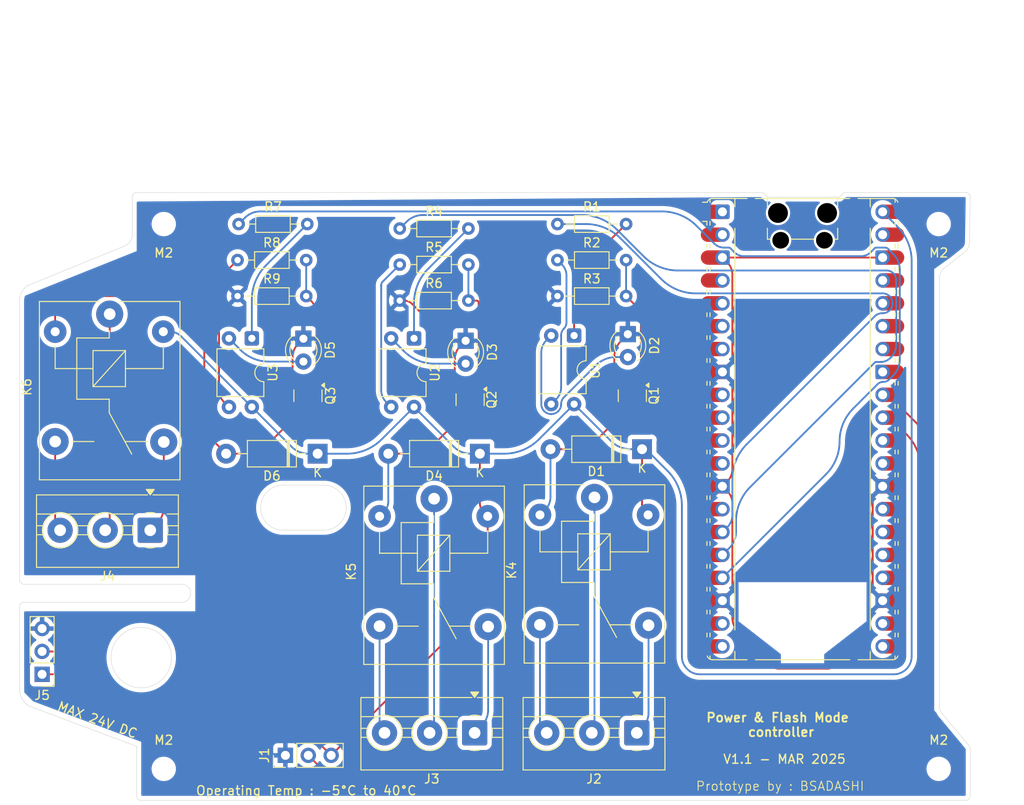
<source format=kicad_pcb>
(kicad_pcb (version 20241229) (generator "pcbnew") (generator_version "9.0")
  (title_block (title "Power and Flash Mode Controller") (date "2025-02-23") (comment 1 "Design phase : Prototype"))
  (layers (0 "F.Cu" signal) (2 "B.Cu" signal) (13 "F.Paste" user) (15 "B.Paste" user) (5 "F.SilkS" user "F.Silkscreen") (7 "B.SilkS" user "B.Silkscreen") (1 "F.Mask" user) (3 "B.Mask" user) (25 "Edge.Cuts" user))
  (net 0 "")
  (net 4 "/IN1")
  (net 13 "GND")
  (net 26 "/IN2")
  (net 27 "/IN3")
  (net 31 "/PPBus_5p0H")
  (net 33 "Net-(D1-A)")
  (net 34 "Net-(D2-A)")
  (net 35 "Net-(D3-A)")
  (net 36 "Net-(D4-A)")
  (net 37 "Net-(D5-A)")
  (net 38 "Net-(D6-A)")
  (net 39 "/R_NC1")
  (net 40 "/R_NO1")
  (net 41 "/R_COM1")
  (net 42 "/R_NO2")
  (net 43 "/R_COM2")
  (net 44 "/R_NC2")
  (net 45 "/R_NC3")
  (net 46 "/R_NO3")
  (net 47 "/R_COM3")
  (net 48 "Net-(Q1-B)")
  (net 49 "Net-(Q2-B)")
  (net 50 "Net-(Q3-B)")
  (net 51 "Net-(R1-Pad2)")
  (net 52 "Net-(R2-Pad1)")
  (net 53 "Net-(R4-Pad2)")
  (net 54 "Net-(R5-Pad1)")
  (net 55 "Net-(R7-Pad2)")
  (net 56 "Net-(R8-Pad1)")
  (net 57 "/ADC2Vmtr")
  (net 58 "/ADC2Amtr")
  (footprint "MountingHole:MountingHole_2.2mm_M2" (layer "F.Cu") (at 101 72 180)
    (property "Reference" "M2")
    (property "Value" "MountingHole_2.2mm_M2")
  )
  (footprint "Resistor_THT:R_Axial_DIN0204_L3.6mm_D1.6mm_P7.62mm_Horizontal" (layer "F.Cu") (at 127.19 80.5)
    (property "Reference" "R6")
    (property "Value" "10K")
  )
  (footprint "Diode_THT:D_DO-41_SOD81_P10.16mm_Horizontal" (layer "F.Cu") (at 154.08 97 180)
    (property "Reference" "D1")
    (property "Value" "1N4007")
  )
  (footprint "MountingHole:MountingHole_2.2mm_M2" (layer "F.Cu") (at 101 132.5)
    (property "Reference" "M2")
    (property "Value" "MountingHole_2.2mm_M2")
  )
  (footprint "Package_DIP:DIP-4_W7.62mm" (layer "F.Cu") (at 110.775 84.695 -90)
    (property "Reference" "U3")
    (property "Value" "PC817")
  )
  (footprint "Package_DIP:DIP-4_W7.62mm" (layer "F.Cu") (at 128.775 84.695 -90)
    (property "Reference" "U2")
    (property "Value" "PC817")
  )
  (footprint "Resistor_THT:R_Axial_DIN0204_L3.6mm_D1.6mm_P7.62mm_Horizontal" (layer "F.Cu") (at 144.69 76)
    (property "Reference" "R2")
    (property "Value" "1K")
  )
  (footprint "Resistor_THT:R_Axial_DIN0204_L3.6mm_D1.6mm_P7.62mm_Horizontal" (layer "F.Cu") (at 144.69 80)
    (property "Reference" "R3")
    (property "Value" "10K")
  )
  (footprint "Module:RaspberryPi_Pico_Common_Unspecified" (layer "F.Cu") (at 171.89 94.77)
    (property "Reference" "A1" (hide yes))
    (property "Value" "RaspberryPi_Pico")
  )
  (footprint "Resistor_THT:R_Axial_DIN0204_L3.6mm_D1.6mm_P7.62mm_Horizontal" (layer "F.Cu") (at 109.19 80)
    (property "Reference" "R9")
    (property "Value" "10K")
  )
  (footprint "Diode_THT:D_DO-41_SOD81_P10.16mm_Horizontal" (layer "F.Cu") (at 118.08 97.5 180)
    (property "Reference" "D6")
    (property "Value" "1N4007")
  )
  (footprint "TerminalBlock:TerminalBlock_MaiXu_MX126-5.0-03P_1x03_P5.00mm" (layer "F.Cu") (at 99.5 106 180)
    (property "Reference" "J4")
    (property "Value" "Screw_Terminal_01x03")
  )
  (footprint "LED_THT:LED_D3.0mm_IRBlack" (layer "F.Cu") (at 116.5 84.73 -90)
    (property "Reference" "D5")
    (property "Value" "LED")
  )
  (footprint "Resistor_THT:R_Axial_DIN0204_L3.6mm_D1.6mm_P7.62mm_Horizontal" (layer "F.Cu") (at 127.19 72.5)
    (property "Reference" "R4")
    (property "Value" "330R")
  )
  (footprint "LED_THT:LED_D3.0mm_IRBlack" (layer "F.Cu") (at 134.5 84.96 -90)
    (property "Reference" "D3")
    (property "Value" "LED")
  )
  (footprint "Package_DIP:DIP-4_W7.62mm" (layer "F.Cu") (at 146.54 84.38 -90)
    (property "Reference" "U1")
    (property "Value" "PC817")
  )
  (footprint "LED_THT:LED_D3.0mm_IRBlack" (layer "F.Cu") (at 152.5 84.23 -90)
    (property "Reference" "D2")
    (property "Value" "LED")
  )
  (footprint "Resistor_THT:R_Axial_DIN0204_L3.6mm_D1.6mm_P7.62mm_Horizontal" (layer "F.Cu") (at 127.19 76.5)
    (property "Reference" "R5")
    (property "Value" "1K")
  )
  (footprint "Resistor_THT:R_Axial_DIN0204_L3.6mm_D1.6mm_P7.62mm_Horizontal" (layer "F.Cu") (at 109.31 72)
    (property "Reference" "R7")
    (property "Value" "330R")
  )
  (footprint "Package_TO_SOT_SMD:SOT-23" (layer "F.Cu") (at 135 91.5 -90)
    (property "Reference" "Q2")
    (property "Value" "BC857")
  )
  (footprint "Connector_PinHeader_2.54mm:PinHeader_1x03_P2.54mm_Vertical" (layer "F.Cu") (at 87.5 122 180)
    (property "Reference" "J5")
    (property "Value" "Conn_01x03")
  )
  (footprint "Connector_PinHeader_2.54mm:PinHeader_1x03_P2.54mm_Vertical" (layer "F.Cu") (at 114.5 131 90)
    (property "Reference" "J1")
    (property "Value" "Conn_01x03")
  )
  (footprint "Package_TO_SOT_SMD:SOT-23" (layer "F.Cu") (at 153 91.0625 -90)
    (property "Reference" "Q1")
    (property "Value" "BC857")
  )
  (footprint "MountingHole:MountingHole_2.2mm_M2" (layer "F.Cu") (at 187 132.5)
    (property "Reference" "M2")
    (property "Value" "MountingHole_2.2mm_M2")
  )
  (footprint "TerminalBlock:TerminalBlock_MaiXu_MX126-5.0-03P_1x03_P5.00mm" (layer "F.Cu") (at 153.5 128.5 180)
    (property "Reference" "J2")
    (property "Value" "Screw_Terminal_01x03")
  )
  (footprint "Resistor_THT:R_Axial_DIN0204_L3.6mm_D1.6mm_P7.62mm_Horizontal" (layer "F.Cu") (at 144.69 72)
    (property "Reference" "R1")
    (property "Value" "330R")
  )
  (footprint "Diode_THT:D_DO-41_SOD81_P10.16mm_Horizontal" (layer "F.Cu") (at 136.08 97.5 180)
    (property "Reference" "D4")
    (property "Value" "1N4007")
  )
  (footprint "Package_TO_SOT_SMD:SOT-23" (layer "F.Cu") (at 117 91.0625 -90)
    (property "Reference" "Q3")
    (property "Value" "BC857")
  )
  (footprint "MountingHole:MountingHole_2.2mm_M2" (layer "F.Cu") (at 187 72 180)
    (property "Reference" "M2")
    (property "Value" "MountingHole_2.2mm_M2")
  )
  (footprint "Resistor_THT:R_Axial_DIN0204_L3.6mm_D1.6mm_P7.62mm_Horizontal" (layer "F.Cu") (at 109.19 76)
    (property "Reference" "R8")
    (property "Value" "1K")
  )
  (footprint "TerminalBlock:TerminalBlock_MaiXu_MX126-5.0-03P_1x03_P5.00mm" (layer "F.Cu") (at 135.5 128.5 180)
    (property "Reference" "J3")
    (property "Value" "Screw_Terminal_01x03")
  )
  (footprint "Relay_THT:Relay_SPDT_SANYOU_SRD_Series_Form_C" (layer "F.Cu") (at 95 82 -90)
    (property "Reference" "K6")
    (property "Value" "SANYOU_SRD_Form_C")
  )
  (footprint "Relay_THT:Relay_SPDT_SANYOU_SRD_Series_Form_C" (layer "F.Cu") (at 131 102.5 -90)
    (property "Reference" "K5")
    (property "Value" "SANYOU_SRD_Form_C")
  )
  (footprint "Relay_THT:Relay_SPDT_SANYOU_SRD_Series_Form_C" (layer "F.Cu") (at 148.8 102.35 -90)
    (property "Reference" "K4")
    (property "Value" "SANYOU_SRD_Form_C")
  )
  (gr_line (start 85 114.5) (end 85.014397 124) (stroke (width 0.05)) (layer "Edge.Cuts"))
  (gr_line (start 103 114) (end 85.5 114) (stroke (width 0.05)) (layer "Edge.Cuts"))
  (gr_line (start 114.25 101) (end 118.75 101) (stroke (width 0.05)) (layer "Edge.Cuts"))
  (gr_arc (start 190 68.5) (mid 190.353553 68.646447) (end 190.5 69) (stroke (width 0.05)) (layer "Edge.Cuts"))
  (gr_line (start 114.25 106) (end 118.75 106) (stroke (width 0.05)) (layer "Edge.Cuts"))
  (gr_line (start 187.085786 125.5) (end 187.085786 78) (stroke (width 0.05)) (layer "Edge.Cuts"))
  (gr_arc (start 187.085786 78) (mid 187.193437 77.458804) (end 187.5 77) (stroke (width 0.05)) (layer "Edge.Cuts"))
  (gr_line (start 98.5 136) (end 190 136) (stroke (width 0.05)) (layer "Edge.Cuts"))
  (gr_arc (start 187.5 126.5) (mid 187.193437 126.041196) (end 187.085786 125.5) (stroke (width 0.05)) (layer "Edge.Cuts"))
  (gr_arc (start 97.5 73.5) (mid 97.118034 74.118034) (end 96.5 74.5) (stroke (width 0.05)) (layer "Edge.Cuts"))
  (gr_line (start 98 135.5) (end 98 130) (stroke (width 0.05)) (layer "Edge.Cuts"))
  (gr_line (start 167.5 68.5) (end 98 68.5) (stroke (width 0.05)) (layer "Edge.Cuts"))
  (gr_line (start 190.207107 129.748528) (end 187.5 126.5) (stroke (width 0.05)) (layer "Edge.Cuts"))
  (gr_arc (start 190.5 135.5) (mid 190.353553 135.853553) (end 190 136) (stroke (width 0.05)) (layer "Edge.Cuts"))
  (gr_line (start 176 69) (end 168 69) (stroke (width 0.05)) (layer "Edge.Cuts"))
  (gr_line (start 168 69) (end 167.5 68.5) (stroke (width 0.05)) (layer "Edge.Cuts"))
  (gr_line (start 97.5 73.5) (end 97.5 69) (stroke (width 0.05)) (layer "Edge.Cuts"))
  (gr_arc (start 118.75 101) (mid 121.25 103.5) (end 118.75 106) (stroke (width 0.05)) (layer "Edge.Cuts"))
  (gr_line (start 98 130) (end 86 125.5) (stroke (width 0.05)) (layer "Edge.Cuts"))
  (gr_arc (start 103 112) (mid 104 113) (end 103 114) (stroke (width 0.05)) (layer "Edge.Cuts"))
  (gr_circle (center 98.5 120.145898) (end 100 123.145898) (stroke (width 0.05)) (fill no) (layer "Edge.Cuts"))
  (gr_line (start 187.5 77) (end 190 75) (stroke (width 0.05)) (layer "Edge.Cuts"))
  (gr_arc (start 97.5 69) (mid 97.646447 68.646447) (end 98 68.5) (stroke (width 0.05)) (layer "Edge.Cuts"))
  (gr_line (start 190 68.5) (end 176.5 68.5) (stroke (width 0.05)) (layer "Edge.Cuts"))
  (gr_line (start 190.414214 74) (end 190.5 69) (stroke (width 0.05)) (layer "Edge.Cuts"))
  (gr_arc (start 190.207107 129.748528) (mid 190.44719 130.090681) (end 190.531848 130.5) (stroke (width 0.05)) (layer "Edge.Cuts"))
  (gr_line (start 190.5 135.5) (end 190.531848 130.5) (stroke (width 0.05)) (layer "Edge.Cuts"))
  (gr_arc (start 85 80.5) (mid 85.236651 79.556284) (end 85.8906 78.835899) (stroke (width 0.05)) (layer "Edge.Cuts"))
  (gr_line (start 176.5 68.5) (end 176 69) (stroke (width 0.05)) (layer "Edge.Cuts"))
  (gr_line (start 85 111.5) (end 85 80.5) (stroke (width 0.05)) (layer "Edge.Cuts"))
  (gr_arc (start 98.5 136) (mid 98.146447 135.853553) (end 98 135.5) (stroke (width 0.05)) (layer "Edge.Cuts"))
  (gr_arc (start 86 125.5) (mid 85.354594 124.850272) (end 85.014396 124) (stroke (width 0.05)) (layer "Edge.Cuts"))
  (gr_line (start 85.8906 78.835899) (end 96.5 74.5) (stroke (width 0.05)) (layer "Edge.Cuts"))
  (gr_line (start 85.5 112) (end 103 112) (stroke (width 0.05)) (layer "Edge.Cuts"))
  (gr_arc (start 85 114.5) (mid 85.146447 114.146447) (end 85.5 114) (stroke (width 0.05)) (layer "Edge.Cuts"))
  (gr_arc (start 190.414214 74) (mid 190.306563 74.541196) (end 190 75) (stroke (width 0.05)) (layer "Edge.Cuts"))
  (gr_arc (start 114.25 106) (mid 111.75 103.5) (end 114.25 101) (stroke (width 0.05)) (layer "Edge.Cuts"))
  (gr_arc (start 85.5 112) (mid 85.146447 111.853553) (end 85 111.5) (stroke (width 0.05)) (layer "Edge.Cuts"))
  (gr_text "V1.1 - MAR 2025" (at 163 132 0) (layer "F.SilkS") (effects (font (size 1 1)) (justify left bottom)))
  (gr_text "Power & Flash Mode \ncontroller" (at 169.5 129 0) (layer "F.SilkS") (effects (font (size 1 1) (thickness 0.2) (bold yes)) (justify bottom)))
  (gr_text "MAX 24V DC\n" (at 89 126 340) (layer "F.SilkS") (effects (font (size 1 1)) (justify left bottom)))
  (gr_text "Operating Temp : -5°C to 40°C" (at 104.5 135.5 0) (layer "F.SilkS") (effects (font (size 1 1)) (justify left bottom)))
  (gr_text "Prototype by : BSADASHI" (at 160 135 0) (layer "F.SilkS") (effects (font (size 1 1) (thickness 0.1)) (justify left bottom)))
  (segment (start 180.780001 81.901) (end 180.741075 81.901) (width 0.2) (layer "B.Cu") (net 4))
  (segment (start 147.848986 72) (end 144.69 72) (width 0.2) (layer "B.Cu") (net 4))
  (segment (start 156.208157 78.105207) (end 151.696742 73.593792) (width 0.2) (layer "B.Cu") (net 4))
  (segment (start 160.055913 79.699) (end 180.780001 79.699) (width 0.2) (layer "B.Cu") (net 4))
  (segment (start 163.553 105.647) (end 163 106.2) (width 0.2) (layer "B.Cu") (net 4))
  (segment (start 164.106 104.311939) (end 164.106 100.295063) (width 0.2) (layer "B.Cu") (net 4))
  (segment (start 165.699792 96.447307) (end 179.896099 82.251) (width 0.2) (layer "B.Cu") (net 4))
  (arc (start 165.699792 96.447307) (mid 164.520213 98.212672) (end 164.106 100.295063) (width 0.2) (layer "B.Cu") (net 4))
  (arc (start 181.558525 80.021475) (mid 181.201335 79.782808) (end 180.780001 79.699) (width 0.2) (layer "B.Cu") (net 4))
  (arc (start 181.558525 81.578525) (mid 181.797191 81.221334) (end 181.881 80.799998) (width 0.2) (layer "B.Cu") (net 4))
  (arc (start 179.896099 82.251) (mid 180.283777 81.991962) (end 180.741075 81.901) (width 0.2) (layer "B.Cu") (net 4))
  (arc (start 160.055913 79.699) (mid 157.973522 79.284786) (end 156.208157 78.105207) (width 0.2) (layer "B.Cu") (net 4))
  (arc (start 181.558525 81.578525) (mid 181.201335 81.817191) (end 180.780001 81.901) (width 0.2) (layer "B.Cu") (net 4))
  (arc (start 147.848986 72) (mid 149.931376 72.414213) (end 151.696742 73.593792) (width 0.2) (layer "B.Cu") (net 4))
  (arc (start 181.881 80.799998) (mid 181.797191 80.378664) (end 181.558525 80.021475) (width 0.2) (layer "B.Cu") (net 4))
  (arc (start 164.106 104.311939) (mid 163.962279 105.034468) (end 163.553 105.647) (width 0.2) (layer "B.Cu") (net 4))
  (segment (start 133.650764 84.96) (end 133.575 84.96) (width 0.2) (layer "F.Cu") (net 13))
  (segment (start 180.229499 114.370499) (end 179.675753 114.924246) (width 0.2) (layer "F.Cu") (net 13))
  (segment (start 115.8995 85.3305) (end 116.1545 85.0755) (width 0.2) (layer "F.Cu") (net 13))
  (segment (start 164.101 111.940475) (end 164.101 102.999524) (width 0.2) (layer "F.Cu") (net 13))
  (segment (start 151 86.79066) (end 151 88.332537) (width 0.2) (layer "F.Cu") (net 13))
  (segment (start 133.6745 90.187) (end 134.05 90.5625) (width 0.2) (layer "F.Cu") (net 13))
  (segment (start 128.543553 80.853553) (end 131.995926 84.305926) (width 0.2) (layer "F.Cu") (net 13))
  (segment (start 133.299 89.280462) (end 133.299 87.010235) (width 0.2) (layer "F.Cu") (net 13))
  (segment (start 179.679 111.940475) (end 179.679 102.999524) (width 0.2) (layer "F.Cu") (net 13))
  (segment (start 115.6745 89.7495) (end 116.05 90.125) (width 0.2) (layer "F.Cu") (net 13))
  (segment (start 163 75.72) (end 180.78 75.72) (width 0.2) (layer "F.Cu") (net 13))
  (segment (start 163.5505 87.8695) (end 163 88.42) (width 0.2) (layer "F.Cu") (net 13))
  (segment (start 151.525 89.6) (end 152.05 90.125) (width 0.2) (layer "F.Cu") (net 13))
  (segment (start 127.69 80.5) (end 127.19 80.5) (width 0.2) (layer "F.Cu") (net 13))
  (segment (start 164.101 115.699524) (end 164.101 115.747934) (width 0.2) (layer "F.Cu") (net 13))
  (segment (start 164.101 77.599524) (end 164.101 86.540475) (width 0.2) (layer "F.Cu") (net 13))
  (segment (start 164.101 90.299524) (end 164.101 99.240475) (width 0.2) (layer "F.Cu") (net 13))
  (segment (start 174.990654 121.263277) (end 178.506246 117.747685) (width 0.2) (layer "F.Cu") (net 13))
  (segment (start 115.299 88.842962) (end 115.299 86.780235) (width 0.2) (layer "F.Cu") (net 13))
  (segment (start 152.125 84.605) (end 151.75 84.98) (width 0.2) (layer "F.Cu") (net 13))
  (segment (start 163.5505 76.2705) (end 163 75.72) (width 0.2) (layer "F.Cu") (net 13))
  (segment (start 163.5505 88.9705) (end 163.27525 88.69525) (width 0.2) (layer "F.Cu") (net 13))
  (segment (start 169.218368 121.370925) (end 174.730769 121.370925) (width 0.2) (layer "F.Cu") (net 13))
  (segment (start 180.2295 101.6705) (end 180.78 101.12) (width 0.2) (layer "F.Cu") (net 13))
  (segment (start 168.669854 121.143723) (end 164.68573 117.159599) (width 0.2) (layer "F.Cu") (net 13))
  (arc (start 179.091 116.335966) (mid 178.939027 117.099982) (end 178.506246 117.747685) (width 0.2) (layer "F.Cu") (net 13))
  (arc (start 164.101 111.940475) (mid 163.957929 112.659738) (end 163.5505 113.2695) (width 0.2) (layer "F.Cu") (net 13))
  (arc (start 133.8995 85.5605) (mid 133.455064 86.225644) (end 133.299 87.010235) (width 0.2) (layer "F.Cu") (net 13))
  (arc (start 116.1545 85.0755) (mid 116.29761 84.73) (end 116.1545 84.3845) (width 0.2) (layer "F.Cu") (net 13))
  (arc (start 164.68573 117.159599) (mid 164.252966 116.511921) (end 164.101 115.747934) (width 0.2) (layer "F.Cu") (net 13))
  (arc (start 128.543553 80.853553) (mid 128.151939 80.591885) (end 127.69 80.5) (width 0.2) (layer "F.Cu") (net 13))
  (arc (start 164.101 115.699524) (mid 163.957929 114.980261) (end 163.5505 114.3705) (width 0.2) (layer "F.Cu") (net 13))
  (arc (start 163.5505 113.2695) (mid 163.322475 113.82) (end 163.5505 114.3705) (width 0.2) (layer "F.Cu") (net 13))
  (arc (start 151 86.79066) (mid 151.194918 85.810737) (end 151.75 84.98) (width 0.2) (layer "F.Cu") (net 13))
  (arc (start 163.5505 76.2705) (mid 163.957929 76.880261) (end 164.101 77.599524) (width 0.2) (layer "F.Cu") (net 13))
  (arc (start 116.011389 84.73) (mid 116.198372 84.605061) (end 116.1545 84.3845) (width 0.2) (layer "F.Cu") (net 13))
  (arc (start 133.6745 90.187) (mid 133.396589 89.771076) (end 133.299 89.280462) (width 0.2) (layer "F.Cu") (net 13))
  (arc (start 163.5505 100.5695) (mid 163.322475 101.12) (end 163.5505 101.6705) (width 0.2) (layer "F.Cu") (net 13))
  (arc (start 115.8995 85.3305) (mid 115.455064 85.995644) (end 115.299 86.780235) (width 0.2) (layer "F.Cu") (net 13))
  (arc (start 180.2295 113.2695) (mid 179.82207 112.659738) (end 179.679 111.940475) (width 0.2) (layer "F.Cu") (net 13))
  (arc (start 163.5505 88.9705) (mid 163.957929 89.580261) (end 164.101 90.299524) (width 0.2) (layer "F.Cu") (net 13))
  (arc (start 133.650764 84.96) (mid 133.975752 85.17715) (end 133.8995 85.5605) (width 0.2) (layer "F.Cu") (net 13))
  (arc (start 133.575 84.96) (mid 132.720411 84.790011) (end 131.995926 84.305926) (width 0.2) (layer "F.Cu") (net 13))
  (arc (start 116.011389 84.73) (mid 116.198372 84.854938) (end 116.1545 85.0755) (width 0.2) (layer "F.Cu") (net 13))
  (arc (start 152.125 84.605) (mid 152.40254 84.18963) (end 152.5 83.699669) (width 0.2) (layer "F.Cu") (net 13))
  (arc (start 179.679 102.999524) (mid 179.82207 102.280261) (end 180.2295 101.6705) (width 0.2) (layer "F.Cu") (net 13))
  (arc (start 163.27525 88.69525) (mid 163.161237 88.42) (end 163.27525 88.14475) (width 0.2) (layer "F.Cu") (net 13))
  (arc (start 164.101 99.240475) (mid 163.957929 99.959738) (end 163.5505 100.5695) (width 0.2) (layer "F.Cu") (net 13))
  (arc (start 168.669854 121.143723) (mid 168.921514 121.311877) (end 169.218368 121.370925) (width 0.2) (layer "F.Cu") (net 13))
  (arc (start 164.101 86.540475) (mid 163.957929 87.259738) (end 163.5505 87.8695) (width 0.2) (layer "F.Cu") (net 13))
  (arc (start 179.091 116.335966) (mid 179.242972 115.571948) (end 179.675753 114.924246) (width 0.2) (layer "F.Cu") (net 13))
  (arc (start 174.990654 121.263277) (mid 174.871418 121.342948) (end 174.730769 121.370925) (width 0.2) (layer "F.Cu") (net 13))
  (arc (start 115.299 88.842962) (mid 115.396589 89.333576) (end 115.6745 89.7495) (width 0.2) (layer "F.Cu") (net 13))
  (arc (start 164.101 102.999524) (mid 163.957929 102.280261) (end 163.5505 101.6705) (width 0.2) (layer "F.Cu") (net 13))
  (arc (start 151 88.332537) (mid 151.136443 89.018483) (end 151.525 89.6) (width 0.2) (layer "F.Cu") (net 13))
  (arc (start 180.2295 113.2695) (mid 180.457524 113.819999) (end 180.229499 114.370499) (width 0.2) (layer "F.Cu") (net 13))
  (segment (start 180.5 76) (end 180.78 75.72) (width 0.2) (layer "B.Cu") (net 13))
  (segment (start 181.218472 77.159) (end 158.083013 77.159) (width 0.2) (layer "B.Cu") (net 26))
  (segment (start 181.615777 86.884222) (end 181.733999 86.765999) (width 0.2) (layer "B.Cu") (net 26))
  (segment (start 127.9405 71.7495) (end 127.19 72.5) (width 0.2) (layer "B.Cu") (net 26))
  (segment (start 147.415086 70.999) (end 129.752367 70.999) (width 0.2) (layer "B.Cu") (net 26))
  (segment (start 163.7535 107.9865) (end 163 108.74) (width 0.2) (layer "B.Cu") (net 26))
  (segment (start 154.235257 75.565207) (end 151.262842 72.592792) (width 0.2) (layer "B.Cu") (net 26))
  (segment (start 164.507 105.005203) (end 164.507 106.16739) (width 0.2) (layer "B.Cu") (net 26))
  (segment (start 182.282 78.222527) (end 182.282 85.44301) (width 0.2) (layer "B.Cu") (net 26))
  (segment (start 180.040756 87.313999) (end 180.578203 87.314) (width 0.2) (layer "B.Cu") (net 26))
  (segment (start 166.08229 101.202115) (end 179.920661 87.363744) (width 0.2) (layer "B.Cu") (net 26))
  (arc (start 163.7535 107.9865) (mid 164.311171 107.151885) (end 164.507 106.16739) (width 0.2) (layer "B.Cu") (net 26))
  (arc (start 127.9405 71.7495) (mid 128.771791 71.194048) (end 129.752367 70.999) (width 0.2) (layer "B.Cu") (net 26))
  (arc (start 182.282 78.222527) (mid 182.201043 77.815533) (end 181.9705 77.4705) (width 0.2) (layer "B.Cu") (net 26))
  (arc (start 181.615777 86.884222) (mid 181.139734 87.202304) (end 180.578203 87.314) (width 0.2) (layer "B.Cu") (net 26))
  (arc (start 164.507 105.005203) (mid 164.916404 102.946986) (end 166.08229 101.202115) (width 0.2) (layer "B.Cu") (net 26))
  (arc (start 181.218472 77.159) (mid 181.625466 77.239956) (end 181.9705 77.4705) (width 0.2) (layer "B.Cu") (net 26))
  (arc (start 180.040756 87.313999) (mid 179.975761 87.326927) (end 179.920661 87.363744) (width 0.2) (layer "B.Cu") (net 26))
  (arc (start 181.733999 86.765999) (mid 182.139579 86.159006) (end 182.282 85.44301) (width 0.2) (layer "B.Cu") (net 26))
  (arc (start 147.415086 70.999) (mid 149.497476 71.413213) (end 151.262842 72.592792) (width 0.2) (layer "B.Cu") (net 26))
  (arc (start 154.235257 75.565207) (mid 156.000622 76.744786) (end 158.083013 77.159) (width 0.2) (layer "B.Cu") (net 26))
  (segment (start 163.175736 74.614) (end 163.679381 74.614012) (width 0.2) (layer "B.Cu") (net 27))
  (segment (start 111.703363 70.598) (end 156.271914 70.598) (width 0.2) (layer "B.Cu") (net 27))
  (segment (start 160.11967 72.191792) (end 162.093672 74.165794) (width 0.2) (layer "B.Cu") (net 27))
  (segment (start 174.486791 99.793208) (end 163 111.28) (width 0.2) (layer "B.Cu") (net 27))
  (segment (start 177.513208 92.486791) (end 180.203842 89.796157) (width 0.2) (layer "B.Cu") (net 27))
  (segment (start 180.071891 74.614013) (end 181.038073 74.61399) (width 0.2) (layer "B.Cu") (net 27))
  (segment (start 110.011 71.299) (end 109.31 72) (width 0.2) (layer "B.Cu") (net 27))
  (segment (start 181.508279 89.255842) (end 181.960561 88.803561) (width 0.2) (layer "B.Cu") (net 27))
  (segment (start 178.386104 75.571797) (end 165.379531 75.571797) (width 0.2) (layer "B.Cu") (net 27))
  (segment (start 181.379552 74.75543) (end 181.960561 75.336439) (width 0.2) (layer "B.Cu") (net 27))
  (segment (start 164.334542 75.138948) (end 163.901694 74.7061) (width 0.2) (layer "B.Cu") (net 27))
  (segment (start 179.898616 74.685788) (end 179.455611 75.128792) (width 0.2) (layer "B.Cu") (net 27))
  (segment (start 182.683 77.080561) (end 182.683 87.059438) (width 0.2) (layer "B.Cu") (net 27))
  (arc (start 179.455611 75.128792) (mid 178.964917 75.456663) (end 178.386104 75.571797) (width 0.2) (layer "B.Cu") (net 27))
  (arc (start 182.683 87.059438) (mid 182.495244 88.00335) (end 181.960561 88.803561) (width 0.2) (layer "B.Cu") (net 27))
  (arc (start 174.486791 99.793208) (mid 175.606729 98.117102) (end 176 96.14) (width 0.2) (layer "B.Cu") (net 27))
  (arc (start 164.334542 75.138948) (mid 164.813987 75.459303) (end 165.379531 75.571797) (width 0.2) (layer "B.Cu") (net 27))
  (arc (start 177.513208 92.486791) (mid 176.393269 94.162897) (end 176 96.14) (width 0.2) (layer "B.Cu") (net 27))
  (arc (start 181.379552 74.75543) (mid 181.22288 74.650747) (end 181.038073 74.61399) (width 0.2) (layer "B.Cu") (net 27))
  (arc (start 163.175736 74.614) (mid 162.590127 74.497515) (end 162.093672 74.165794) (width 0.2) (layer "B.Cu") (net 27))
  (arc (start 180.856061 89.526) (mid 180.503082 89.596211) (end 180.203842 89.796157) (width 0.2) (layer "B.Cu") (net 27))
  (arc (start 163.679381 74.614012) (mid 163.799696 74.637946) (end 163.901694 74.7061) (width 0.2) (layer "B.Cu") (net 27))
  (arc (start 156.271914 70.598) (mid 158.354304 71.012213) (end 160.11967 72.191792) (width 0.2) (layer "B.Cu") (net 27))
  (arc (start 180.856061 89.526) (mid 181.209039 89.455788) (end 181.508279 89.255842) (width 0.2) (layer "B.Cu") (net 27))
  (arc (start 181.960561 75.336439) (mid 182.495244 76.136648) (end 182.683 77.080561) (width 0.2) (layer "B.Cu") (net 27))
  (arc (start 111.703363 70.598) (mid 110.787462 70.780183) (end 110.011 71.299) (width 0.2) (layer "B.Cu") (net 27))
  (arc (start 179.898616 74.685788) (mid 179.978115 74.632668) (end 180.071891 74.614013) (width 0.2) (layer "B.Cu") (net 27))
  (segment (start 136.08 102.964817) (end 136.08 97.5) (width 0.2) (layer "F.Cu") (net 31))
  (segment (start 154.08 103.156238) (end 154.08 97) (width 0.2) (layer "F.Cu") (net 31))
  (segment (start 105.75 133) (end 106.75 133) (width 0.2) (layer "F.Cu") (net 31))
  (segment (start 136.7325 104.2325) (end 136.515 104.015) (width 0.2) (layer "F.Cu") (net 31))
  (segment (start 109.737436 131.762562) (end 110.906207 130.593792) (width 0.2) (layer "F.Cu") (net 31))
  (segment (start 104.469669 130.969669) (end 103.737436 130.237436) (width 0.2) (layer "F.Cu") (net 31))
  (segment (start 118.58 130) (end 119.58 131) (width 0.2) (layer "F.Cu") (net 31))
  (segment (start 135.356207 115.223792) (end 119.58 131) (width 0.2) (layer "F.Cu") (net 31))
  (segment (start 136.95 111.376036) (end 136.95 104.757591) (width 0.2) (layer "F.Cu") (net 31))
  (segment (start 97.762563 127.762563) (end 90.152964 120.152964) (width 0.2) (layer "F.Cu") (net 31))
  (segment (start 116.165786 129) (end 114.753963 129) (width 0.2) (layer "F.Cu") (net 31))
  (segment (start 154.415 103.965) (end 154.75 104.3) (width 0.2) (layer "F.Cu") (net 31))
  (segment (start 88.48 119.46) (end 87.5 119.46) (width 0.2) (layer "F.Cu") (net 31))
  (arc (start 105 132.25) (mid 105.219669 132.78033) (end 105.75 133) (width 0.2) (layer "F.Cu") (net 31))
  (arc (start 136.7325 104.2325) (mid 136.893473 104.473413) (end 136.95 104.757591) (width 0.2) (layer "F.Cu") (net 31))
  (arc (start 118.58 130) (mid 117.472349 129.259891) (end 116.165786 129) (width 0.2) (layer "F.Cu") (net 31))
  (arc (start 90.152964 120.152964) (mid 89.385401 119.640095) (end 88.48 119.46) (width 0.2) (layer "F.Cu") (net 31))
  (arc (start 154.08 103.156238) (mid 154.167063 103.593936) (end 154.415 103.965) (width 0.2) (layer "F.Cu") (net 31))
  (arc (start 103.737436 130.237436) (mid 102.366788 129.321599) (end 100.75 129) (width 0.2) (layer "F.Cu") (net 31))
  (arc (start 136.08 102.964817) (mid 136.193052 103.533171) (end 136.515 104.015) (width 0.2) (layer "F.Cu") (net 31))
  (arc (start 97.762563 127.762563) (mid 99.13321 128.6784) (end 100.75 129) (width 0.2) (layer "F.Cu") (net 31))
  (arc (start 109.737436 131.762562) (mid 108.366788 132.6784) (end 106.75 133) (width 0.2) (layer "F.Cu") (net 31))
  (arc (start 136.95 111.376036) (mid 136.535786 113.458426) (end 135.356207 115.223792) (width 0.2) (layer "F.Cu") (net 31))
  (arc (start 104.469669 130.969669) (mid 104.862171 131.55709) (end 105 132.25) (width 0.2) (layer "F.Cu") (net 31))
  (arc (start 114.753963 129) (mid 112.671572 129.414213) (end 110.906207 130.593792) (width 0.2) (layer "F.Cu") (net 31))
  (segment (start 119.631982 97.5) (end 119.972455 97.5) (width 0.2) (layer "B.Cu") (net 31))
  (segment (start 158.5 120.000001) (end 158.5 103.253963) (width 0.2) (layer "B.Cu") (net 31))
  (segment (start 137.14 97.5) (end 136.80875 97.5) (width 0.2) (layer "B.Cu") (net 31))
  (segment (start 121.194031 97.5) (end 120.910022 97.5) (width 0.2) (layer "B.Cu") (net 31))
  (segment (start 135.285 97.5) (end 135.21875 97.5) (width 0.2) (layer "B.Cu") (net 31))
  (segment (start 135.815 97.5) (end 135.55 97.5) (width 0.2) (layer "B.Cu") (net 31))
  (segment (start 125.183792 95.906207) (end 128.775 92.315) (width 0.2) (layer "B.Cu") (net 31))
  (segment (start 182.406207 72.266207) (end 180.78 70.64) (width 0.2) (layer "B.Cu") (net 31))
  (segment (start 117.4175 97.5) (end 117.1525 97.5) (width 0.2) (layer "B.Cu") (net 31))
  (segment (start 146.54 92) (end 150.641974 96.101974) (width 0.2) (layer "B.Cu") (net 31))
  (segment (start 154.978025 96.101974) (end 155.1105 95.9695) (width 0.2) (layer "B.Cu") (net 31))
  (segment (start 118.241013 97.5) (end 118.61 97.5) (width 0.2) (layer "B.Cu") (net 31))
  (segment (start 117.957004 97.5) (end 117.672995 97.5) (width 0.2) (layer "B.Cu") (net 31))
  (segment (start 117.02 97.5) (end 117.1525 97.5) (width 0.2) (layer "B.Cu") (net 31))
  (segment (start 136.80875 97.5) (end 136.41125 97.5) (width 0.2) (layer "B.Cu") (net 31))
  (segment (start 119.631982 97.5) (end 118.61 97.5) (width 0.2) (layer "B.Cu") (net 31))
  (segment (start 136.345 97.5) (end 136.08 97.5) (width 0.2) (layer "B.Cu") (net 31))
  (segment (start 138.786036 97.5) (end 138.2 97.5) (width 0.2) (layer "B.Cu") (net 31))
  (segment (start 118.241013 97.5) (end 117.957004 97.5) (width 0.2) (layer "B.Cu") (net 31))
  (segment (start 110.775 92.315) (end 102.926187 84.466187) (width 0.2) (layer "B.Cu") (net 31))
  (segment (start 101.68 83.95) (end 100.95 83.95) (width 0.2) (layer "B.Cu") (net 31))
  (segment (start 184 76.113963) (end 184 120.000001) (width 0.2) (layer "B.Cu") (net 31))
  (segment (start 120.910022 97.5) (end 120.654527 97.5) (width 0.2) (layer "B.Cu") (net 31))
  (segment (start 135.21875 97.5) (end 135.08625 97.5) (width 0.2) (layer "B.Cu") (net 31))
  (segment (start 135.55 97.5) (end 135.285 97.5) (width 0.2) (layer "B.Cu") (net 31))
  (segment (start 154.29 97) (end 154.08 97) (width 0.2) (layer "B.Cu") (net 31))
  (segment (start 135.02 97.5) (end 135.08625 97.5) (width 0.2) (layer "B.Cu") (net 31))
  (segment (start 142.633792 95.906207) (end 146.54 92) (width 0.2) (layer "B.Cu") (net 31))
  (segment (start 117.672995 97.5) (end 117.4175 97.5) (width 0.2) (layer "B.Cu") (net 31))
  (segment (start 136.345 97.5) (end 136.41125 97.5) (width 0.2) (layer "B.Cu") (net 31))
  (segment (start 120.313491 97.5) (end 119.972455 97.5) (width 0.2) (layer "B.Cu") (net 31))
  (segment (start 110.775 92.315) (end 115.210466 96.750466) (width 0.2) (layer "B.Cu") (net 31))
  (segment (start 121.194031 97.5) (end 121.336036 97.5) (width 0.2) (layer "B.Cu") (net 31))
  (segment (start 138.2 97.5) (end 137.14 97.5) (width 0.2) (layer "B.Cu") (net 31))
  (segment (start 120.654527 97.5) (end 120.313491 97.5) (width 0.2) (layer "B.Cu") (net 31))
  (segment (start 182.000001 122) (end 160.499998 122) (width 0.2) (layer "B.Cu") (net 31))
  (segment (start 154.648492 97.148492) (end 156.906207 99.406207) (width 0.2) (layer "B.Cu") (net 31))
  (segment (start 133.210466 96.750466) (end 128.775 92.315) (width 0.2) (layer "B.Cu") (net 31))
  (segment (start 136.08 97.5) (end 135.815 97.5) (width 0.2) (layer "B.Cu") (net 31))
  (arc (start 154.648492 97.148492) (mid 154.484014 97.038591) (end 154.29 97) (width 0.2) (layer "B.Cu") (net 31))
  (arc (start 152.81 97) (mid 153.983326 96.76661) (end 154.978025 96.101974) (width 0.2) (layer "B.Cu") (net 31))
  (arc (start 142.633792 95.906207) (mid 140.868426 97.085786) (end 138.786036 97.5) (width 0.2) (layer "B.Cu") (net 31))
  (arc (start 117.02 97.5) (mid 116.040687 97.305202) (end 115.210466 96.750466) (width 0.2) (layer "B.Cu") (net 31))
  (arc (start 156.906207 99.406207) (mid 158.085786 101.171572) (end 158.5 103.253963) (width 0.2) (layer "B.Cu") (net 31))
  (arc (start 152.81 97) (mid 151.636672 96.76661) (end 150.641974 96.101974) (width 0.2) (layer "B.Cu") (net 31))
  (arc (start 158.5 120.000001) (mid 159.085785 121.414213) (end 160.499998 122) (width 0.2) (layer "B.Cu") (net 31))
  (arc (start 184 76.113963) (mid 183.585786 74.031572) (end 182.406207 72.266207) (width 0.2) (layer "B.Cu") (net 31))
  (arc (start 135.02 97.5) (mid 134.040687 97.305202) (end 133.210466 96.750466) (width 0.2) (layer "B.Cu") (net 31))
  (arc (start 102.926187 84.466187) (mid 102.354431 84.084152) (end 101.68 83.95) (width 0.2) (layer "B.Cu") (net 31))
  (arc (start 125.183792 95.906207) (mid 123.418426 97.085786) (end 121.336036 97.5) (width 0.2) (layer "B.Cu") (net 31))
  (arc (start 182.000001 122) (mid 183.414213 121.414213) (end 184 120.000001) (width 0.2) (layer "B.Cu") (net 31))
  (segment (start 149.442497 95.557502) (end 153 92) (width 0.2) (layer "F.Cu") (net 33))
  (segment (start 145.96 97) (end 143.92 97) (width 0.2) (layer "F.Cu") (net 33))
  (arc (start 149.442497 95.557502) (mid 147.844714 96.625106) (end 145.96 97) (width 0.2) (layer "F.Cu") (net 33))
  (segment (start 143.335 103.715) (end 142.75 104.3) (width 0.2) (layer "B.Cu") (net 33))
  (segment (start 143.92 102.302685) (end 143.92 97) (width 0.2) (layer "B.Cu") (net 33))
  (arc (start 143.335 103.715) (mid 143.767963 103.067024) (end 143.92 102.302685) (width 0.2) (layer "B.Cu") (net 33))
  (segment (start 143.4495 84.9305) (end 144 84.38) (width 0.2) (layer "B.Cu") (net 34))
  (segment (start 148.946854 87.698095) (end 145.423476 91.221473) (width 0.2) (layer "B.Cu") (net 34))
  (segment (start 151.187475 86.77) (end 152.5 86.77) (width 0.2) (layer "B.Cu") (net 34))
  (segment (start 142.899 92.000001) (end 142.899 86.259524) (width 0.2) (layer "B.Cu") (net 34))
  (arc (start 142.899 92.000001) (mid 142.982808 92.421335) (end 143.221475 92.778525) (width 0.2) (layer "B.Cu") (net 34))
  (arc (start 145.101 92.000001) (mid 145.184808 91.578664) (end 145.423476 91.221473) (width 0.2) (layer "B.Cu") (net 34))
  (arc (start 144.778525 92.778525) (mid 144.421335 93.017191) (end 144.000001 93.101) (width 0.2) (layer "B.Cu") (net 34))
  (arc (start 144.000001 93.101) (mid 143.578665 93.017191) (end 143.221475 92.778525) (width 0.2) (layer "B.Cu") (net 34))
  (arc (start 143.4495 84.9305) (mid 143.04207 85.540261) (end 142.899 86.259524) (width 0.2) (layer "B.Cu") (net 34))
  (arc (start 144.778525 92.778525) (mid 145.017191 92.421335) (end 145.101 92.000001) (width 0.2) (layer "B.Cu") (net 34))
  (arc (start 148.946854 87.698095) (mid 149.974859 87.011204) (end 151.187475 86.77) (width 0.2) (layer "B.Cu") (net 34))
  (segment (start 131.023434 87.5) (end 134.5 87.5) (width 0.2) (layer "B.Cu") (net 35))
  (segment (start 127.6375 86.0975) (end 126.235 84.695) (width 0.2) (layer "B.Cu") (net 35))
  (arc (start 127.6375 86.0975) (mid 129.190979 87.135502) (end 131.023434 87.5) (width 0.2) (layer "B.Cu") (net 35))
  (segment (start 127.92875 97.5) (end 125.92 97.5) (width 0.2) (layer "F.Cu") (net 36))
  (segment (start 131.3579 96.079599) (end 135 92.4375) (width 0.2) (layer "F.Cu") (net 36))
  (arc (start 127.92875 97.5) (mid 129.784592 97.130849) (end 131.3579 96.079599) (width 0.2) (layer "F.Cu") (net 36))
  (segment (start 125.435 103.965) (end 124.95 104.45) (width 0.2) (layer "B.Cu") (net 36))
  (segment (start 125.92 102.794106) (end 125.92 97.5) (width 0.2) (layer "B.Cu") (net 36))
  (arc (start 125.435 103.965) (mid 125.793952 103.427789) (end 125.92 102.794106) (width 0.2) (layer "B.Cu") (net 36))
  (segment (start 109.5225 85.9825) (end 108.235 84.695) (width 0.2) (layer "B.Cu") (net 37))
  (segment (start 112.630799 87.27) (end 116.5 87.27) (width 0.2) (layer "B.Cu") (net 37))
  (arc (start 109.5225 85.9825) (mid 110.948599 86.935389) (end 112.630799 87.27) (width 0.2) (layer "B.Cu") (net 37))
  (segment (start 109.71 97.5) (end 107.92 97.5) (width 0.2) (layer "F.Cu") (net 38))
  (segment (start 112.765721 96.234278) (end 117 92) (width 0.2) (layer "F.Cu") (net 38))
  (segment (start 106.71 96.29) (end 107.92 97.5) (width 0.2) (layer "F.Cu") (net 38))
  (segment (start 90.742462 80) (end 104.646446 80) (width 0.2) (layer "F.Cu") (net 38))
  (segment (start 105.5 93.368801) (end 105.5 80.853553) (width 0.2) (layer "F.Cu") (net 38))
  (segment (start 88.95 81.792462) (end 88.95 83.95) (width 0.2) (layer "F.Cu") (net 38))
  (arc (start 90.742462 80) (mid 90.056516 80.136443) (end 89.475 80.525) (width 0.2) (layer "F.Cu") (net 38))
  (arc (start 105.5 93.368801) (mid 105.814468 94.949742) (end 106.71 96.29) (width 0.2) (layer "F.Cu") (net 38))
  (arc (start 89.475 80.525) (mid 89.086443 81.106516) (end 88.95 81.792462) (width 0.2) (layer "F.Cu") (net 38))
  (arc (start 105.25 80.25) (mid 105.435027 80.526912) (end 105.5 80.853553) (width 0.2) (layer "F.Cu") (net 38))
  (arc (start 112.765721 96.234278) (mid 111.363744 97.171049) (end 109.71 97.5) (width 0.2) (layer "F.Cu") (net 38))
  (arc (start 105.25 80.25) (mid 104.973087 80.064972) (end 104.646446 80) (width 0.2) (layer "F.Cu") (net 38))
  (segment (start 154.8 126.280761) (end 154.8 116.55) (width 0.2) (layer "B.Cu") (net 39))
  (segment (start 154.15 127.85) (end 153.5 128.5) (width 0.2) (layer "B.Cu") (net 39))
  (arc (start 154.15 127.85) (mid 154.63107 127.130027) (end 154.8 126.280761) (width 0.2) (layer "B.Cu") (net 39))
  (segment (start 143.125 128.125) (end 143.5 128.5) (width 0.2) (layer "B.Cu") (net 40))
  (segment (start 142.75 127.219669) (end 142.75 116.5) (width 0.2) (layer "B.Cu") (net 40))
  (arc (start 143.125 128.125) (mid 142.847459 127.70963) (end 142.75 127.219669) (width 0.2) (layer "B.Cu") (net 40))
  (segment (start 148.65 128.35) (end 148.5 128.5) (width 0.2) (layer "B.Cu") (net 41))
  (segment (start 148.8 127.987867) (end 148.8 102.35) (width 0.2) (layer "B.Cu") (net 41))
  (arc (start 148.65 128.35) (mid 148.761016 128.183852) (end 148.8 127.987867) (width 0.2) (layer "B.Cu") (net 41))
  (segment (start 124.95 127.561091) (end 124.95 116.65) (width 0.2) (layer "B.Cu") (net 42))
  (segment (start 125.225 128.225) (end 125.5 128.5) (width 0.2) (layer "B.Cu") (net 42))
  (arc (start 124.95 127.561091) (mid 125.02147 127.920396) (end 125.225 128.225) (width 0.2) (layer "B.Cu") (net 42))
  (segment (start 130.75 128.25) (end 130.5 128.5) (width 0.2) (layer "B.Cu") (net 43))
  (segment (start 131 127.646446) (end 131 102.5) (width 0.2) (layer "B.Cu") (net 43))
  (arc (start 131 127.646446) (mid 130.935027 127.973087) (end 130.75 128.25) (width 0.2) (layer "B.Cu") (net 43))
  (segment (start 136.25 127.75) (end 135.5 128.5) (width 0.2) (layer "B.Cu") (net 44))
  (segment (start 137 125.939339) (end 137 116.7) (width 0.2) (layer "B.Cu") (net 44))
  (arc (start 137 125.939339) (mid 136.805081 126.919261) (end 136.25 127.75) (width 0.2) (layer "B.Cu") (net 44))
  (segment (start 101 103.439339) (end 101 96.2) (width 0.2) (layer "F.Cu") (net 45))
  (segment (start 100.25 105.25) (end 99.5 106) (width 0.2) (layer "F.Cu") (net 45))
  (arc (start 101 103.439339) (mid 100.805081 104.419261) (end 100.25 105.25) (width 0.2) (layer "F.Cu") (net 45))
  (segment (start 88.95 105.061091) (end 88.95 96.15) (width 0.2) (layer "F.Cu") (net 46))
  (segment (start 89.225 105.725) (end 89.5 106) (width 0.2) (layer "F.Cu") (net 46))
  (arc (start 88.95 105.061091) (mid 89.02147 105.420396) (end 89.225 105.725) (width 0.2) (layer "F.Cu") (net 46))
  (segment (start 94.75 105.75) (end 94.5 106) (width 0.2) (layer "F.Cu") (net 47))
  (segment (start 95 105.146446) (end 95 82) (width 0.2) (layer "F.Cu") (net 47))
  (arc (start 95 105.146446) (mid 94.935027 105.473087) (end 94.75 105.75) (width 0.2) (layer "F.Cu") (net 47))
  (segment (start 153.13 80.82) (end 152.31 80) (width 0.2) (layer "F.Cu") (net 48))
  (segment (start 153.95 82.799655) (end 153.95 90.125) (width 0.2) (layer "F.Cu") (net 48))
  (arc (start 153.13 80.82) (mid 153.736888 81.728273) (end 153.95 82.799655) (width 0.2) (layer "F.Cu") (net 48))
  (segment (start 152.31 76) (end 152.31 80) (width 0.2) (layer "B.Cu") (net 48))
  (segment (start 135.711005 80.5) (end 134.81 80.5) (width 0.2) (layer "F.Cu") (net 49))
  (segment (start 135.95 80.738994) (end 135.95 90.5625) (width 0.2) (layer "F.Cu") (net 49))
  (arc (start 135.95 80.738994) (mid 135.931807 80.647535) (end 135.88 80.57) (width 0.2) (layer "F.Cu") (net 49))
  (arc (start 135.88 80.57) (mid 135.802464 80.518192) (end 135.711005 80.5) (width 0.2) (layer "F.Cu") (net 49))
  (segment (start 134.81 80.5) (end 134.81 76.5) (width 0.2) (layer "B.Cu") (net 49))
  (segment (start 117.95 81.946101) (end 117.95 90.125) (width 0.2) (layer "F.Cu") (net 50))
  (segment (start 117.38 80.57) (end 116.81 80) (width 0.2) (layer "F.Cu") (net 50))
  (arc (start 117.38 80.57) (mid 117.801861 81.20136) (end 117.95 81.946101) (width 0.2) (layer "F.Cu") (net 50))
  (segment (start 116.81 76) (end 116.81 80) (width 0.2) (layer "B.Cu") (net 50))
  (segment (start 148.133792 76.176207) (end 152.31 72) (width 0.2) (layer "F.Cu") (net 51))
  (segment (start 146.54 80.023963) (end 146.54 84.38) (width 0.2) (layer "F.Cu") (net 51))
  (arc (start 146.54 80.023963) (mid 146.954213 77.941572) (end 148.133792 76.176207) (width 0.2) (layer "F.Cu") (net 51))
  (segment (start 144.5505 91.4495) (end 144 92) (width 0.2) (layer "B.Cu") (net 52))
  (segment (start 145.691 82.916756) (end 145.691 77.708813) (width 0.2) (layer "B.Cu") (net 52))
  (segment (start 145.1905 76.5005) (end 144.69 76) (width 0.2) (layer "B.Cu") (net 52))
  (segment (start 145.101 90.120475) (end 145.101 84.341143) (width 0.2) (layer "B.Cu") (net 52))
  (arc (start 145.1905 76.5005) (mid 145.560924 77.054878) (end 145.691 77.708813) (width 0.2) (layer "B.Cu") (net 52))
  (arc (start 145.101 90.120475) (mid 144.957929 90.839738) (end 144.5505 91.4495) (width 0.2) (layer "B.Cu") (net 52))
  (arc (start 145.396 83.62895) (mid 145.177668 83.955706) (end 145.101 84.341143) (width 0.2) (layer "B.Cu") (net 52))
  (arc (start 145.396 83.62895) (mid 145.614331 83.302192) (end 145.691 82.916756) (width 0.2) (layer "B.Cu") (net 52))
  (segment (start 128.775 80.788963) (end 128.775 84.695) (width 0.2) (layer "B.Cu") (net 53))
  (segment (start 130.368792 76.941207) (end 134.81 72.5) (width 0.2) (layer "B.Cu") (net 53))
  (arc (start 130.368792 76.941207) (mid 129.189213 78.706572) (end 128.775 80.788963) (width 0.2) (layer "B.Cu") (net 53))
  (segment (start 125.134 79) (end 125.134 79.111) (width 0.2) (layer "B.Cu") (net 54))
  (segment (start 125.134 79.111) (end 125.134 79.222) (width 0.2) (layer "B.Cu") (net 54))
  (segment (start 125.134 78.889) (end 125.134 79) (width 0.2) (layer "B.Cu") (net 54))
  (segment (start 125.6845 91.7645) (end 126.235 92.315) (width 0.2) (layer "B.Cu") (net 54))
  (segment (start 125.134 79.36075) (end 125.134 79.333) (width 0.2) (layer "B.Cu") (net 54))
  (segment (start 125.134 79.222) (end 125.134 79.333) (width 0.2) (layer "B.Cu") (net 54))
  (segment (start 125.134 78.80575) (end 125.134 78.778) (width 0.2) (layer "B.Cu") (net 54))
  (segment (start 125.134 79.666) (end 125.134 80.11) (width 0.2) (layer "B.Cu") (net 54))
  (segment (start 125.134 79.52725) (end 125.134 79.666) (width 0.2) (layer "B.Cu") (net 54))
  (segment (start 125.134 79.36075) (end 125.134 79.52725) (width 0.2) (layer "B.Cu") (net 54))
  (segment (start 125.134 78.80575) (end 125.134 78.86125) (width 0.2) (layer "B.Cu") (net 54))
  (segment (start 125.134 90.435475) (end 125.134 80.11) (width 0.2) (layer "B.Cu") (net 54))
  (segment (start 125.134 78.889) (end 125.134 78.86125) (width 0.2) (layer "B.Cu") (net 54))
  (segment (start 125.290977 78.399022) (end 127.19 76.5) (width 0.2) (layer "B.Cu") (net 54))
  (arc (start 125.134 90.435475) (mid 125.27707 91.154738) (end 125.6845 91.7645) (width 0.2) (layer "B.Cu") (net 54))
  (arc (start 125.290977 78.399022) (mid 125.174796 78.572898) (end 125.134 78.778) (width 0.2) (layer "B.Cu") (net 54))
  (segment (start 112.368792 76.561207) (end 116.93 72) (width 0.2) (layer "B.Cu") (net 55))
  (segment (start 110.775 80.408963) (end 110.775 84.695) (width 0.2) (layer "B.Cu") (net 55))
  (arc (start 112.368792 76.561207) (mid 111.189213 78.326572) (end 110.775 80.408963) (width 0.2) (layer "B.Cu") (net 55))
  (segment (start 107.6845 91.7645) (end 108.235 92.315) (width 0.2) (layer "F.Cu") (net 56))
  (segment (start 107.134 90.435475) (end 107.134 79.509811) (width 0.2) (layer "F.Cu") (net 56))
  (segment (start 108.162 77.028) (end 109.19 76) (width 0.2) (layer "F.Cu") (net 56))
  (arc (start 107.134 90.435475) (mid 107.27707 91.154738) (end 107.6845 91.7645) (width 0.2) (layer "F.Cu") (net 56))
  (arc (start 108.162 77.028) (mid 107.401168 78.166664) (end 107.134 79.509811) (width 0.2) (layer "F.Cu") (net 56))
  (segment (start 104.5 133.21645) (end 104.5 132.53355) (width 0.2) (layer "F.Cu") (net 57))
  (segment (start 184.406207 122.593792) (end 174.692792 132.307207) (width 0.2) (layer "F.Cu") (net 57))
  (segment (start 105.184549 133.901) (end 170.845036 133.901) (width 0.2) (layer "F.Cu") (net 57))
  (segment (start 181.088525 90.96) (end 180.78 90.96) (width 0.2) (layer "F.Cu") (net 57))
  (segment (start 181.61521 91.17816) (end 184.406207 93.969157) (width 0.2) (layer "F.Cu") (net 57))
  (segment (start 100.5 129.53355) (end 101.028513 129.53355) (width 0.2) (layer "F.Cu") (net 57))
  (segment (start 186 118.746036) (end 186 97.816913) (width 0.2) (layer "F.Cu") (net 57))
  (segment (start 103.816616 130.883716) (end 103.483225 130.550325) (width 0.2) (layer "F.Cu") (net 57))
  (segment (start 97.143059 128.143059) (end 92.237436 123.237436) (width 0.2) (layer "F.Cu") (net 57))
  (segment (start 89.25 122) (end 87.5 122) (width 0.2) (layer "F.Cu") (net 57))
  (arc (start 174.692792 132.307207) (mid 172.927426 133.486786) (end 170.845036 133.901) (width 0.2) (layer "F.Cu") (net 57))
  (arc (start 103.483225 130.550325) (mid 102.356993 129.797801) (end 101.028513 129.53355) (width 0.2) (layer "F.Cu") (net 57))
  (arc (start 97.143059 128.143059) (mid 98.683236 129.172173) (end 100.5 129.53355) (width 0.2) (layer "F.Cu") (net 57))
  (arc (start 104.7005 133.7005) (mid 104.922583 133.848891) (end 105.184549 133.901) (width 0.2) (layer "F.Cu") (net 57))
  (arc (start 103.816616 130.883716) (mid 104.322394 131.640666) (end 104.5 132.53355) (width 0.2) (layer "F.Cu") (net 57))
  (arc (start 181.61521 91.17816) (mid 181.373564 91.016697) (end 181.088525 90.96) (width 0.2) (layer "F.Cu") (net 57))
  (arc (start 184.406207 93.969157) (mid 185.585786 95.734522) (end 186 97.816913) (width 0.2) (layer "F.Cu") (net 57))
  (arc (start 104.5 133.21645) (mid 104.552108 133.478416) (end 104.7005 133.7005) (width 0.2) (layer "F.Cu") (net 57))
  (arc (start 92.237436 123.237436) (mid 90.866788 122.321599) (end 89.25 122) (width 0.2) (layer "F.Cu") (net 57))
  (arc (start 186 118.746036) (mid 185.585786 120.828426) (end 184.406207 122.593792) (width 0.2) (layer "F.Cu") (net 57))
  (segment (start 154.500001 133.5) (end 121.307766 133.5) (width 0.2) (layer "F.Cu") (net 58))
  (segment (start 183.406207 95.326207) (end 181.58 93.5) (width 0.2) (layer "F.Cu") (net 58))
  (segment (start 158.093792 124.906206) (end 158.406207 124.593792) (width 0.2) (layer "F.Cu") (net 58))
  (segment (start 181.585786 123) (end 162.253963 123) (width 0.2) (layer "F.Cu") (net 58))
  (segment (start 156.5 128.753963) (end 156.5 131.500001) (width 0.2) (layer "F.Cu") (net 58))
  (segment (start 118.29 132.25) (end 117.04 131) (width 0.2) (layer "F.Cu") (net 58))
  (segment (start 185 119.585786) (end 185 99.173963) (width 0.2) (layer "F.Cu") (net 58))
  (arc (start 158.093792 124.906206) (mid 156.914213 126.671572) (end 156.5 128.753963) (width 0.2) (layer "F.Cu") (net 58))
  (arc (start 184 122) (mid 182.892349 122.740108) (end 181.585786 123) (width 0.2) (layer "F.Cu") (net 58))
  (arc (start 162.253963 123) (mid 160.171572 123.414213) (end 158.406207 124.593792) (width 0.2) (layer "F.Cu") (net 58))
  (arc (start 183.406207 95.326207) (mid 184.585786 97.091572) (end 185 99.173963) (width 0.2) (layer "F.Cu") (net 58))
  (arc (start 118.29 132.25) (mid 119.674562 133.175135) (end 121.307766 133.5) (width 0.2) (layer "F.Cu") (net 58))
  (arc (start 156.5 131.500001) (mid 155.914213 132.914213) (end 154.500001 133.5) (width 0.2) (layer "F.Cu") (net 58))
  (arc (start 185 119.585786) (mid 184.740108 120.892349) (end 184 122) (width 0.2) (layer "F.Cu") (net 58))
  (zone (net 13) (net_name "GND") (layer "B.Cu") (connect_pads (clearance 0.5)) (min_thickness 0.25) (fill yes (thermal_gap 0.5) (thermal_bridge_width 0.5))
    (polygon (pts (xy 186.5 77) (xy 190 74.5) (xy 190 69) (xy 176.5 69) (xy 176 69.5) (xy 168 69.5) (xy 167.5 69) (xy 98 69.5) (xy 98 75) (xy 85.5 80) (xy 85.5 111) (xy 104.5 111) (xy 104.5 115) (xy 85.5 115) (xy 85.5 124) (xy 86.5 125) (xy 98.5 129.5) (xy 98.5 135.5) (xy 190 135.5) (xy 190 130) (xy 186.5 126)))
  )
)
</source>
